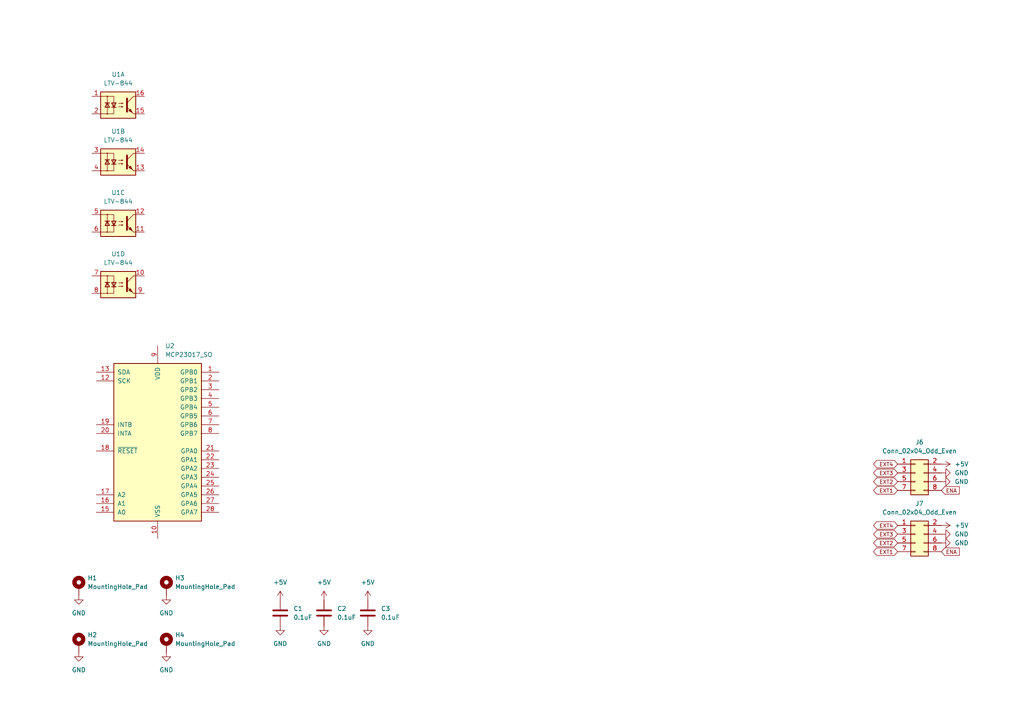
<source format=kicad_sch>
(kicad_sch (version 20230121) (generator eeschema)
  (paper "A4")
  (lib_symbols
    (symbol "Connector_Generic:Conn_02x04_Odd_Even" (pin_names (offset 1.016) hide)
      (property "Reference" "J" (at 1.27 5.08 0))
      (property "Value" "Conn_02x04_Odd_Even" (at 1.27 -7.62 0))
      (symbol "Conn_02x04_Odd_Even_1_1"
        (rectangle (start -1.27 -4.953) (end 0 -5.207) (stroke (width 0.1524)))
        (rectangle (start -1.27 -2.413) (end 0 -2.667) (stroke (width 0.1524)))
        (rectangle (start -1.27 0.127) (end 0 -0.127) (stroke (width 0.1524)))
        (rectangle (start -1.27 2.667) (end 0 2.413) (stroke (width 0.1524)))
        (rectangle (start -1.27 3.81) (end 3.81 -6.35) (stroke (width 0.254)) (fill (type background)))
        (rectangle (start 3.81 -4.953) (end 2.54 -5.207) (stroke (width 0.1524)))
        (rectangle (start 3.81 -2.413) (end 2.54 -2.667) (stroke (width 0.1524)))
        (rectangle (start 3.81 0.127) (end 2.54 -0.127) (stroke (width 0.1524)))
        (rectangle (start 3.81 2.667) (end 2.54 2.413) (stroke (width 0.1524)))
        (pin passive line (at -5.08 2.54 0) (length 3.81) (name "Pin_1") (number "1"))
        (pin passive line (at 7.62 2.54 180) (length 3.81) (name "Pin_2") (number "2"))
        (pin passive line (at -5.08 0 0) (length 3.81) (name "Pin_3") (number "3"))
        (pin passive line (at 7.62 0 180) (length 3.81) (name "Pin_4") (number "4"))
        (pin passive line (at -5.08 -2.54 0) (length 3.81) (name "Pin_5") (number "5"))
        (pin passive line (at 7.62 -2.54 180) (length 3.81) (name "Pin_6") (number "6"))
        (pin passive line (at -5.08 -5.08 0) (length 3.81) (name "Pin_7") (number "7"))
        (pin passive line (at 7.62 -5.08 180) (length 3.81) (name "Pin_8") (number "8"))
      )
    )
    (symbol "Device:C" (pin_numbers hide) (pin_names (offset 0.254))
      (property "Reference" "C" (at 0.635 2.54 0))
      (property "Value" "C" (at 0.635 -2.54 0))
      (symbol "C_0_1"
        (polyline (pts (xy -2.032 -0.762) (xy 2.032 -0.762)) (stroke (width 0.508)))
        (polyline (pts (xy -2.032 0.762) (xy 2.032 0.762)) (stroke (width 0.508)))
      )
      (symbol "C_1_1"
        (pin passive line (at 0 3.81 270) (length 2.794) (name "~") (number "1"))
        (pin passive line (at 0 -3.81 90) (length 2.794) (name "~") (number "2"))
      )
    )
    (symbol "Interface_Expansion:MCP23017_SO" (pin_names (offset 1.016))
      (property "Reference" "U" (at -11.43 24.13 0))
      (property "Value" "MCP23017_SO" (at 0 0 0))
      (symbol "MCP23017_SO_0_1"
        (rectangle (start -12.7 22.86) (end 12.7 -22.86) (stroke (width 0.254)) (fill (type background)))
      )
      (symbol "MCP23017_SO_1_1"
        (pin bidirectional line (at 17.78 20.32 180) (length 5.08) (name "GPB0") (number "1"))
        (pin power_in line (at 0 -27.94 90) (length 5.08) (name "VSS") (number "10"))
        (pin no_connect line (at -12.7 15.24 0) (length 5.08) hide (name "NC") (number "11"))
        (pin input line (at -17.78 17.78 0) (length 5.08) (name "SCK") (number "12"))
        (pin bidirectional line (at -17.78 20.32 0) (length 5.08) (name "SDA") (number "13"))
        (pin no_connect line (at -12.7 12.7 0) (length 5.08) hide (name "NC") (number "14"))
        (pin input line (at -17.78 -20.32 0) (length 5.08) (name "A0") (number "15"))
        (pin input line (at -17.78 -17.78 0) (length 5.08) (name "A1") (number "16"))
        (pin input line (at -17.78 -15.24 0) (length 5.08) (name "A2") (number "17"))
        (pin input line (at -17.78 -2.54 0) (length 5.08) (name "~{RESET}") (number "18"))
        (pin tri_state line (at -17.78 5.08 0) (length 5.08) (name "INTB") (number "19"))
        (pin bidirectional line (at 17.78 17.78 180) (length 5.08) (name "GPB1") (number "2"))
        (pin tri_state line (at -17.78 2.54 0) (length 5.08) (name "INTA") (number "20"))
        (pin bidirectional line (at 17.78 -2.54 180) (length 5.08) (name "GPA0") (number "21"))
        (pin bidirectional line (at 17.78 -5.08 180) (length 5.08) (name "GPA1") (number "22"))
        (pin bidirectional line (at 17.78 -7.62 180) (length 5.08) (name "GPA2") (number "23"))
        (pin bidirectional line (at 17.78 -10.16 180) (length 5.08) (name "GPA3") (number "24"))
        (pin bidirectional line (at 17.78 -12.7 180) (length 5.08) (name "GPA4") (number "25"))
        (pin bidirectional line (at 17.78 -15.24 180) (length 5.08) (name "GPA5") (number "26"))
        (pin bidirectional line (at 17.78 -17.78 180) (length 5.08) (name "GPA6") (number "27"))
        (pin bidirectional line (at 17.78 -20.32 180) (length 5.08) (name "GPA7") (number "28"))
        (pin bidirectional line (at 17.78 15.24 180) (length 5.08) (name "GPB2") (number "3"))
        (pin bidirectional line (at 17.78 12.7 180) (length 5.08) (name "GPB3") (number "4"))
        (pin bidirectional line (at 17.78 10.16 180) (length 5.08) (name "GPB4") (number "5"))
        (pin bidirectional line (at 17.78 7.62 180) (length 5.08) (name "GPB5") (number "6"))
        (pin bidirectional line (at 17.78 5.08 180) (length 5.08) (name "GPB6") (number "7"))
        (pin bidirectional line (at 17.78 2.54 180) (length 5.08) (name "GPB7") (number "8"))
        (pin power_in line (at 0 27.94 270) (length 5.08) (name "VDD") (number "9"))
      )
    )
    (symbol "Isolator:LTV-844" (pin_names (offset 1.016))
      (property "Reference" "U" (at -5.08 5.08 0))
      (property "Value" "LTV-844" (at 0 5.08 0))
      (symbol "LTV-844_0_1"
        (rectangle (start -5.08 3.81) (end 5.08 -3.81) (stroke (width 0.254)) (fill (type background)))
        (circle (center -3.175 -2.54) (radius 0.127))
        (circle (center -3.175 2.54) (radius 0.127))
        (polyline (pts (xy -3.81 0.635) (xy -2.54 0.635)) (stroke (width 0.254)))
        (polyline (pts (xy -3.175 0.635) (xy -3.175 -2.54)))
        (polyline (pts (xy -3.175 0.635) (xy -3.175 2.54)))
        (polyline (pts (xy -1.905 -0.635) (xy -0.635 -0.635)) (stroke (width 0.254)))
        (polyline (pts (xy 2.54 0.635) (xy 4.445 2.54)))
        (polyline (pts (xy 4.445 -2.54) (xy 2.54 -0.635)) (fill (type outline)))
        (polyline (pts (xy 4.445 -2.54) (xy 5.08 -2.54)))
        (polyline (pts (xy 4.445 2.54) (xy 5.08 2.54)))
        (polyline (pts (xy -5.08 2.54) (xy -1.27 2.54) (xy -1.27 -0.635)))
        (polyline (pts (xy -1.27 -0.635) (xy -1.27 -2.54) (xy -5.08 -2.54)))
        (polyline (pts (xy 2.54 1.905) (xy 2.54 -1.905) (xy 2.54 -1.905)) (stroke (width 0.508)))
        (polyline (pts (xy -3.175 0.635) (xy -3.81 -0.635) (xy -2.54 -0.635) (xy -3.175 0.635)) (stroke (width 0.254)))
        (polyline (pts (xy -1.27 -0.635) (xy -1.905 0.635) (xy -0.635 0.635) (xy -1.27 -0.635)) (stroke (width 0.254)))
        (polyline (pts (xy 0.127 -0.508) (xy 1.397 -0.508) (xy 1.016 -0.635) (xy 1.016 -0.381) (xy 1.397 -0.508)))
        (polyline (pts (xy 0.127 0.508) (xy 1.397 0.508) (xy 1.016 0.381) (xy 1.016 0.635) (xy 1.397 0.508)))
        (polyline (pts (xy 3.048 -1.651) (xy 3.556 -1.143) (xy 4.064 -2.159) (xy 3.048 -1.651) (xy 3.048 -1.651)) (fill (type outline)))
      )
      (symbol "LTV-844_1_1"
        (pin passive line (at -7.62 2.54 0) (length 2.54) (name "~") (number "1"))
        (pin passive line (at 7.62 -2.54 180) (length 2.54) (name "~") (number "15"))
        (pin passive line (at 7.62 2.54 180) (length 2.54) (name "~") (number "16"))
        (pin passive line (at -7.62 -2.54 0) (length 2.54) (name "~") (number "2"))
      )
      (symbol "LTV-844_2_1"
        (pin passive line (at 7.62 -2.54 180) (length 2.54) (name "~") (number "13"))
        (pin passive line (at 7.62 2.54 180) (length 2.54) (name "~") (number "14"))
        (pin passive line (at -7.62 2.54 0) (length 2.54) (name "~") (number "3"))
        (pin passive line (at -7.62 -2.54 0) (length 2.54) (name "~") (number "4"))
      )
      (symbol "LTV-844_3_1"
        (pin passive line (at 7.62 -2.54 180) (length 2.54) (name "~") (number "11"))
        (pin passive line (at 7.62 2.54 180) (length 2.54) (name "~") (number "12"))
        (pin passive line (at -7.62 2.54 0) (length 2.54) (name "~") (number "5"))
        (pin passive line (at -7.62 -2.54 0) (length 2.54) (name "~") (number "6"))
      )
      (symbol "LTV-844_4_1"
        (pin passive line (at 7.62 2.54 180) (length 2.54) (name "~") (number "10"))
        (pin passive line (at -7.62 2.54 0) (length 2.54) (name "~") (number "7"))
        (pin passive line (at -7.62 -2.54 0) (length 2.54) (name "~") (number "8"))
        (pin passive line (at 7.62 -2.54 180) (length 2.54) (name "~") (number "9"))
      )
    )
    (symbol "Mechanical:MountingHole_Pad" (pin_numbers hide) (pin_names (offset 1.016) hide)
      (property "Reference" "H" (at 0 6.35 0))
      (property "Value" "MountingHole_Pad" (at 0 4.445 0))
      (symbol "MountingHole_Pad_0_1"
        (circle (center 0 1.27) (radius 1.27) (stroke (width 1.27)))
      )
      (symbol "MountingHole_Pad_1_1"
        (pin input line (at 0 -2.54 90) (length 2.54) (name "1") (number "1"))
      )
    )
    (symbol "power:+5V" (power) (pin_names (offset 0))
      (property "Value" "+5V" (at 0 3.556 0))
      (symbol "+5V_0_1"
        (polyline (pts (xy -0.762 1.27) (xy 0 2.54)))
        (polyline (pts (xy 0 0) (xy 0 2.54)))
        (polyline (pts (xy 0 2.54) (xy 0.762 1.27)))
      )
      (symbol "+5V_1_1"
        (pin power_in line (at 0 0 90) (length 0) hide (name "+5V") (number "1"))
      )
    )
    (symbol "power:GND" (power) (pin_names (offset 0))
      (property "Value" "GND" (at 0 -3.81 0))
      (symbol "GND_0_1"
        (polyline (pts (xy 0 0) (xy 0 -1.27) (xy 1.27 -1.27) (xy 0 -2.54) (xy -1.27 -1.27) (xy 0 -1.27)))
      )
      (symbol "GND_1_1"
        (pin power_in line (at 0 0 270) (length 0) hide (name "GND") (number "1"))
      )
    )
  )
  (global_label "ENA" (shape input) (at 273.05 160.02 0) (effects (font (size 1.1 1.1))) (property "Intersheetrefs" "${INTERSHEET_REFS}" (effects hide)))
  (global_label "EXT1" (shape bidirectional) (at 260.35 160.02 180) (effects (font (size 1.1 1.1))) (property "Intersheetrefs" "${INTERSHEET_REFS}" (effects hide)))
  (global_label "EXT1" (shape bidirectional) (at 260.35 142.24 180) (effects (font (size 1.1 1.1))) (property "Intersheetrefs" "${INTERSHEET_REFS}" (effects hide)))
  (global_label "EXT2" (shape bidirectional) (at 260.35 157.48 180) (effects (font (size 1.1 1.1))) (property "Intersheetrefs" "${INTERSHEET_REFS}" (effects hide)))
  (global_label "EXT3" (shape bidirectional) (at 260.35 154.94 180) (effects (font (size 1.1 1.1))) (property "Intersheetrefs" "${INTERSHEET_REFS}" (effects hide)))
  (global_label "EXT4" (shape bidirectional) (at 260.35 152.4 180) (effects (font (size 1.1 1.1))) (property "Intersheetrefs" "${INTERSHEET_REFS}" (effects hide)))
  (global_label "EXT4" (shape bidirectional) (at 260.35 134.62 180) (effects (font (size 1.1 1.1))) (property "Intersheetrefs" "${INTERSHEET_REFS}" (effects hide)))
  (global_label "ENA" (shape input) (at 273.05 142.24 0) (effects (font (size 1.1 1.1))) (property "Intersheetrefs" "${INTERSHEET_REFS}" (effects hide)))
  (global_label "EXT2" (shape bidirectional) (at 260.35 139.7 180) (effects (font (size 1.1 1.1))) (property "Intersheetrefs" "${INTERSHEET_REFS}" (effects hide)))
  (global_label "EXT3" (shape bidirectional) (at 260.35 137.16 180) (effects (font (size 1.1 1.1))) (property "Intersheetrefs" "${INTERSHEET_REFS}" (effects hide)))
  (symbol (lib_id "Isolator:LTV-844") (at 34.29 82.55 0) (unit 4)
    (property "Reference" "U1" (at 34.29 73.66 0))
    (property "Value" "LTV-844" (at 34.29 76.2 0))
    (property "Footprint" "Package_DIP:DIP-16_W7.62mm" (effects hide))
    (property "Datasheet" "http://optoelectronics.liteon.com/upload/download/DS-70-96-0013/S_110_LTV-814%20824%20844%20(M,%20S,%20S-TA,%20S-TA1,%20S-TP)%20Series.pdf" (effects hide))
  )
  (symbol (lib_id "Interface_Expansion:MCP23017_SO") (at 45.72 128.27 0) (unit 1)
    (property "Reference" "U2" (at 47.9141 100.33 0) (effects (justify left)))
    (property "Value" "MCP23017_SO" (at 47.9141 102.87 0) (effects (justify left)))
    (property "Footprint" "Package_SO:SOIC-28W_7.5x17.9mm_P1.27mm" (effects hide))
    (property "Datasheet" "http://ww1.microchip.com/downloads/en/DeviceDoc/20001952C.pdf" (effects hide))
  )
  (symbol (lib_id "power:+5V") (at 93.98 173.99 0) (unit 1)
    (property "Reference" "#PWR013" (effects hide))
    (property "Value" "+5V" (at 93.98 168.91 0))
  )
  (symbol (lib_id "Device:C") (at 106.68 177.8 0) (unit 1)
    (property "Reference" "C3" (at 110.49 176.53 0) (effects (justify left)))
    (property "Value" "0.1uF" (at 110.49 179.07 0) (effects (justify left)))
    (property "Footprint" "Capacitor_SMD:C_1206_3216Metric_Pad1.33x1.80mm_HandSolder" (effects hide))
  )
  (symbol (lib_id "power:GND") (at 93.98 181.61 0) (unit 1)
    (property "Reference" "#PWR014" (effects hide))
    (property "Value" "GND" (at 93.98 186.69 0))
  )
  (symbol (lib_id "power:+5V") (at 81.28 173.99 0) (unit 1)
    (property "Reference" "#PWR011" (effects hide))
    (property "Value" "+5V" (at 81.28 168.91 0))
  )
  (symbol (lib_id "Device:C") (at 81.28 177.8 0) (unit 1)
    (property "Reference" "C1" (at 85.09 176.53 0) (effects (justify left)))
    (property "Value" "0.1uF" (at 85.09 179.07 0) (effects (justify left)))
    (property "Footprint" "Capacitor_SMD:C_1206_3216Metric_Pad1.33x1.80mm_HandSolder" (effects hide))
  )
  (symbol (lib_id "Isolator:LTV-844") (at 34.29 46.99 0) (unit 2)
    (property "Reference" "U1" (at 34.29 38.1 0))
    (property "Value" "LTV-844" (at 34.29 40.64 0))
    (property "Footprint" "Package_DIP:DIP-16_W7.62mm" (effects hide))
    (property "Datasheet" "http://optoelectronics.liteon.com/upload/download/DS-70-96-0013/S_110_LTV-814%20824%20844%20(M,%20S,%20S-TA,%20S-TA1,%20S-TP)%20Series.pdf" (effects hide))
  )
  (symbol (lib_id "power:GND") (at 48.26 189.23 0) (unit 1)
    (property "Reference" "#PWR010" (effects hide))
    (property "Value" "GND" (at 48.26 194.31 0))
  )
  (symbol (lib_id "power:GND") (at 273.05 139.7 90) (unit 1)
    (property "Reference" "#PWR026" (effects hide))
    (property "Value" "GND" (at 276.86 139.7 90) (effects (justify right)))
  )
  (symbol (lib_id "power:+5V") (at 273.05 134.62 270) (unit 1)
    (property "Reference" "#PWR029" (effects hide))
    (property "Value" "+5V" (at 276.86 134.62 90) (effects (justify left)))
  )
  (symbol (lib_id "Connector_Generic:Conn_02x04_Odd_Even") (at 265.43 137.16 0) (unit 1)
    (property "Reference" "J6" (at 266.7 128.27 0))
    (property "Value" "Conn_02x04_Odd_Even" (at 266.7 130.81 0))
    (property "Footprint" "Connector_PinSocket_1.27mm:PinSocket_2x04_P1.27mm_Horizontal" (effects hide))
  )
  (symbol (lib_id "Device:C") (at 93.98 177.8 0) (unit 1)
    (property "Reference" "C2" (at 97.79 176.53 0) (effects (justify left)))
    (property "Value" "0.1uF" (at 97.79 179.07 0) (effects (justify left)))
    (property "Footprint" "Capacitor_SMD:C_1206_3216Metric_Pad1.33x1.80mm_HandSolder" (effects hide))
  )
  (symbol (lib_id "power:GND") (at 22.86 172.72 0) (unit 1)
    (property "Reference" "#PWR07" (effects hide))
    (property "Value" "GND" (at 22.86 177.8 0))
  )
  (symbol (lib_id "power:GND") (at 273.05 137.16 90) (unit 1)
    (property "Reference" "#PWR027" (effects hide))
    (property "Value" "GND" (at 276.86 137.16 90) (effects (justify right)))
  )
  (symbol (lib_id "power:GND") (at 273.05 157.48 90) (unit 1)
    (property "Reference" "#PWR024" (effects hide))
    (property "Value" "GND" (at 276.86 157.48 90) (effects (justify right)))
  )
  (symbol (lib_id "Isolator:LTV-844") (at 34.29 30.48 0) (unit 1)
    (property "Reference" "U1" (at 34.29 21.59 0))
    (property "Value" "LTV-844" (at 34.29 24.13 0))
    (property "Footprint" "Package_DIP:DIP-16_W7.62mm" (effects hide))
    (property "Datasheet" "http://optoelectronics.liteon.com/upload/download/DS-70-96-0013/S_110_LTV-814%20824%20844%20(M,%20S,%20S-TA,%20S-TA1,%20S-TP)%20Series.pdf" (effects hide))
  )
  (symbol (lib_id "Mechanical:MountingHole_Pad") (at 22.86 170.18 0) (unit 1)
    (property "Reference" "H1" (at 25.4 167.64 0) (effects (justify left)))
    (property "Value" "MountingHole_Pad" (at 25.4 170.18 0) (effects (justify left)))
    (property "Footprint" "MountingHole:MountingHole_3.2mm_M3_Pad_Via" (effects hide))
  )
  (symbol (lib_id "power:GND") (at 22.86 189.23 0) (unit 1)
    (property "Reference" "#PWR08" (effects hide))
    (property "Value" "GND" (at 22.86 194.31 0))
  )
  (symbol (lib_id "power:+5V") (at 106.68 173.99 0) (unit 1)
    (property "Reference" "#PWR015" (effects hide))
    (property "Value" "+5V" (at 106.68 168.91 0))
  )
  (symbol (lib_id "power:+5V") (at 273.05 152.4 270) (unit 1)
    (property "Reference" "#PWR028" (effects hide))
    (property "Value" "+5V" (at 276.86 152.4 90) (effects (justify left)))
  )
  (symbol (lib_id "power:GND") (at 106.68 181.61 0) (unit 1)
    (property "Reference" "#PWR016" (effects hide))
    (property "Value" "GND" (at 106.68 186.69 0))
  )
  (symbol (lib_id "Mechanical:MountingHole_Pad") (at 22.86 186.69 0) (unit 1)
    (property "Reference" "H2" (at 25.4 184.15 0) (effects (justify left)))
    (property "Value" "MountingHole_Pad" (at 25.4 186.69 0) (effects (justify left)))
    (property "Footprint" "MountingHole:MountingHole_3.2mm_M3_Pad_Via" (effects hide))
  )
  (symbol (lib_id "power:GND") (at 273.05 154.94 90) (unit 1)
    (property "Reference" "#PWR025" (effects hide))
    (property "Value" "GND" (at 276.86 154.94 90) (effects (justify right)))
  )
  (symbol (lib_id "Mechanical:MountingHole_Pad") (at 48.26 170.18 0) (unit 1)
    (property "Reference" "H3" (at 50.8 167.64 0) (effects (justify left)))
    (property "Value" "MountingHole_Pad" (at 50.8 170.18 0) (effects (justify left)))
    (property "Footprint" "MountingHole:MountingHole_3.2mm_M3_Pad_Via" (effects hide))
  )
  (symbol (lib_id "Isolator:LTV-844") (at 34.29 64.77 0) (unit 3)
    (property "Reference" "U1" (at 34.29 55.88 0))
    (property "Value" "LTV-844" (at 34.29 58.42 0))
    (property "Footprint" "Package_DIP:DIP-16_W7.62mm" (effects hide))
    (property "Datasheet" "http://optoelectronics.liteon.com/upload/download/DS-70-96-0013/S_110_LTV-814%20824%20844%20(M,%20S,%20S-TA,%20S-TA1,%20S-TP)%20Series.pdf" (effects hide))
  )
  (symbol (lib_id "power:GND") (at 81.28 181.61 0) (unit 1)
    (property "Reference" "#PWR012" (effects hide))
    (property "Value" "GND" (at 81.28 186.69 0))
  )
  (symbol (lib_id "power:GND") (at 48.26 172.72 0) (unit 1)
    (property "Reference" "#PWR09" (effects hide))
    (property "Value" "GND" (at 48.26 177.8 0))
  )
  (symbol (lib_id "Connector_Generic:Conn_02x04_Odd_Even") (at 265.43 154.94 0) (unit 1)
    (property "Reference" "J7" (at 266.7 146.05 0))
    (property "Value" "Conn_02x04_Odd_Even" (at 266.7 148.59 0))
    (property "Footprint" "Connector_PinSocket_1.27mm:PinSocket_2x04_P1.27mm_Horizontal" (effects hide))
  )
  (symbol (lib_id "Mechanical:MountingHole_Pad") (at 48.26 186.69 0) (unit 1)
    (property "Reference" "H4" (at 50.8 184.15 0) (effects (justify left)))
    (property "Value" "MountingHole_Pad" (at 50.8 186.69 0) (effects (justify left)))
    (property "Footprint" "MountingHole:MountingHole_3.2mm_M3_Pad_Via" (effects hide))
  )
)
</source>
